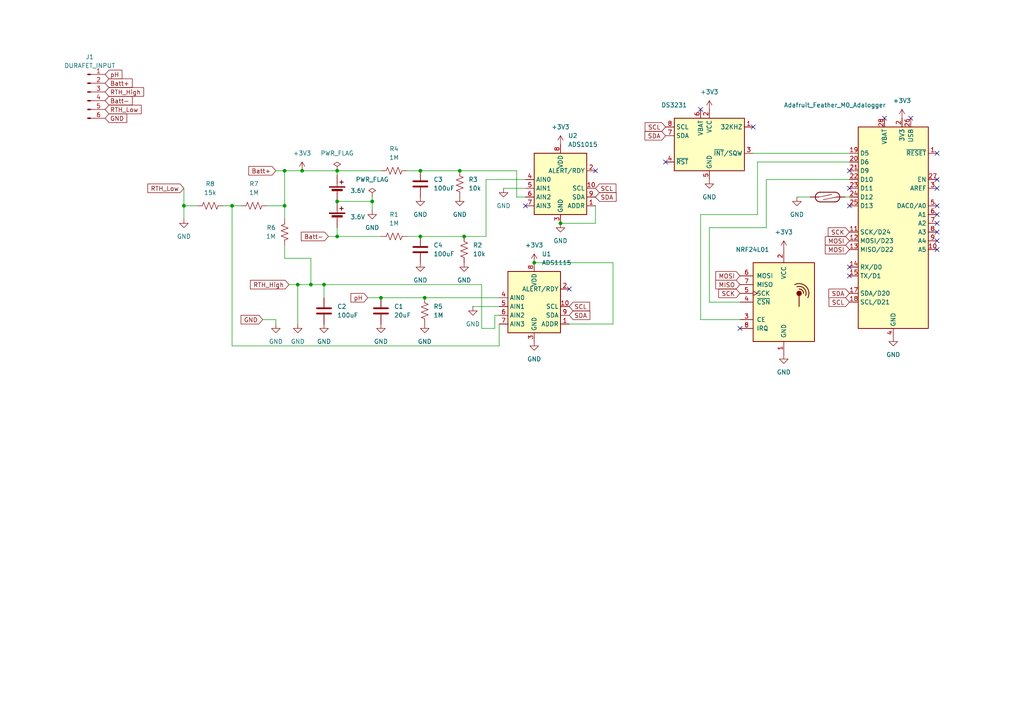
<source format=kicad_sch>
(kicad_sch (version 20230121) (generator eeschema)
  (paper "A4")
  (lib_symbols
    (symbol "Analog_ADC:ADS1015IDGS"
      (property "Reference" "U" (at 2.54 13.97 0))
      (property "Value" "ADS1015IDGS" (at 7.62 11.43 0))
      (symbol "ADS1015IDGS_0_1"
        (rectangle (start -7.62 10.16) (end 7.62 -7.62) (stroke (width 0.254)) (fill (type background)))
      )
      (symbol "ADS1015IDGS_1_1"
        (pin input line (at 10.16 -5.08 180) (length 2.54) (name "ADDR") (number "1"))
        (pin input line (at 10.16 0 180) (length 2.54) (name "SCL") (number "10"))
        (pin output line (at 10.16 5.08 180) (length 2.54) (name "ALERT/RDY") (number "2"))
        (pin power_in line (at 0 -10.16 90) (length 2.54) (name "GND") (number "3"))
        (pin input line (at -10.16 2.54 0) (length 2.54) (name "AIN0") (number "4"))
        (pin input line (at -10.16 0 0) (length 2.54) (name "AIN1") (number "5"))
        (pin input line (at -10.16 -2.54 0) (length 2.54) (name "AIN2") (number "6"))
        (pin input line (at -10.16 -5.08 0) (length 2.54) (name "AIN3") (number "7"))
        (pin power_in line (at 0 12.7 270) (length 2.54) (name "VDD") (number "8"))
        (pin bidirectional line (at 10.16 -2.54 180) (length 2.54) (name "SDA") (number "9"))
      )
    )
    (symbol "Analog_ADC:ADS1115IDGS"
      (property "Reference" "U" (at 2.54 13.97 0))
      (property "Value" "ADS1115IDGS" (at 7.62 11.43 0))
      (symbol "ADS1115IDGS_0_1"
        (rectangle (start -7.62 10.16) (end 7.62 -7.62) (stroke (width 0.254)) (fill (type background)))
      )
      (symbol "ADS1115IDGS_1_1"
        (pin input line (at 10.16 -5.08 180) (length 2.54) (name "ADDR") (number "1"))
        (pin input line (at 10.16 0 180) (length 2.54) (name "SCL") (number "10"))
        (pin output line (at 10.16 5.08 180) (length 2.54) (name "ALERT/RDY") (number "2"))
        (pin power_in line (at 0 -10.16 90) (length 2.54) (name "GND") (number "3"))
        (pin input line (at -10.16 2.54 0) (length 2.54) (name "AIN0") (number "4"))
        (pin input line (at -10.16 0 0) (length 2.54) (name "AIN1") (number "5"))
        (pin input line (at -10.16 -2.54 0) (length 2.54) (name "AIN2") (number "6"))
        (pin input line (at -10.16 -5.08 0) (length 2.54) (name "AIN3") (number "7"))
        (pin power_in line (at 0 12.7 270) (length 2.54) (name "VDD") (number "8"))
        (pin bidirectional line (at 10.16 -2.54 180) (length 2.54) (name "SDA") (number "9"))
      )
    )
    (symbol "Connector:Conn_01x06_Pin" (pin_names (offset 1.016) hide)
      (property "Reference" "J" (at 0 7.62 0))
      (property "Value" "Conn_01x06_Pin" (at 0 -10.16 0))
      (symbol "Conn_01x06_Pin_1_1"
        (polyline (pts (xy 1.27 -7.62) (xy 0.8636 -7.62)) (stroke (width 0.1524)))
        (polyline (pts (xy 1.27 -5.08) (xy 0.8636 -5.08)) (stroke (width 0.1524)))
        (polyline (pts (xy 1.27 -2.54) (xy 0.8636 -2.54)) (stroke (width 0.1524)))
        (polyline (pts (xy 1.27 0) (xy 0.8636 0)) (stroke (width 0.1524)))
        (polyline (pts (xy 1.27 2.54) (xy 0.8636 2.54)) (stroke (width 0.1524)))
        (polyline (pts (xy 1.27 5.08) (xy 0.8636 5.08)) (stroke (width 0.1524)))
        (rectangle (start 0.8636 -7.493) (end 0 -7.747) (stroke (width 0.1524)) (fill (type outline)))
        (rectangle (start 0.8636 -4.953) (end 0 -5.207) (stroke (width 0.1524)) (fill (type outline)))
        (rectangle (start 0.8636 -2.413) (end 0 -2.667) (stroke (width 0.1524)) (fill (type outline)))
        (rectangle (start 0.8636 0.127) (end 0 -0.127) (stroke (width 0.1524)) (fill (type outline)))
        (rectangle (start 0.8636 2.667) (end 0 2.413) (stroke (width 0.1524)) (fill (type outline)))
        (rectangle (start 0.8636 5.207) (end 0 4.953) (stroke (width 0.1524)) (fill (type outline)))
        (pin passive line (at 5.08 5.08 180) (length 3.81) (name "Pin_1") (number "1"))
        (pin passive line (at 5.08 2.54 180) (length 3.81) (name "Pin_2") (number "2"))
        (pin passive line (at 5.08 0 180) (length 3.81) (name "Pin_3") (number "3"))
        (pin passive line (at 5.08 -2.54 180) (length 3.81) (name "Pin_4") (number "4"))
        (pin passive line (at 5.08 -5.08 180) (length 3.81) (name "Pin_5") (number "5"))
        (pin passive line (at 5.08 -7.62 180) (length 3.81) (name "Pin_6") (number "6"))
      )
    )
    (symbol "Device:Battery_Cell" (pin_numbers hide) (pin_names (offset 0) hide)
      (property "Reference" "BT" (at 2.54 2.54 0))
      (property "Value" "Battery_Cell" (at 2.54 0 0))
      (symbol "Battery_Cell_0_1"
        (rectangle (start -2.286 1.778) (end 2.286 1.524) (fill (type outline)))
        (rectangle (start -1.524 1.016) (end 1.524 0.508) (fill (type outline)))
        (polyline (pts (xy 0 0.762) (xy 0 0)))
        (polyline (pts (xy 0 1.778) (xy 0 2.54)))
        (polyline (pts (xy 0.762 3.048) (xy 1.778 3.048)) (stroke (width 0.254)))
        (polyline (pts (xy 1.27 3.556) (xy 1.27 2.54)) (stroke (width 0.254)))
      )
      (symbol "Battery_Cell_1_1"
        (pin passive line (at 0 5.08 270) (length 2.54) (name "+") (number "1"))
        (pin passive line (at 0 -2.54 90) (length 2.54) (name "-") (number "2"))
      )
    )
    (symbol "Device:C" (pin_numbers hide) (pin_names (offset 0.254))
      (property "Reference" "C" (at 0.635 2.54 0))
      (property "Value" "C" (at 0.635 -2.54 0))
      (symbol "C_0_1"
        (polyline (pts (xy -2.032 -0.762) (xy 2.032 -0.762)) (stroke (width 0.508)))
        (polyline (pts (xy -2.032 0.762) (xy 2.032 0.762)) (stroke (width 0.508)))
      )
      (symbol "C_1_1"
        (pin passive line (at 0 3.81 270) (length 2.794) (name "~") (number "1"))
        (pin passive line (at 0 -3.81 90) (length 2.794) (name "~") (number "2"))
      )
    )
    (symbol "Device:R_US" (pin_numbers hide) (pin_names (offset 0))
      (property "Reference" "R" (at 2.54 0 90))
      (property "Value" "R_US" (at -2.54 0 90))
      (symbol "R_US_0_1"
        (polyline (pts (xy 0 -2.286) (xy 0 -2.54)))
        (polyline (pts (xy 0 2.286) (xy 0 2.54)))
        (polyline (pts (xy 0 -0.762) (xy 1.016 -1.143) (xy 0 -1.524) (xy -1.016 -1.905) (xy 0 -2.286)))
        (polyline (pts (xy 0 0.762) (xy 1.016 0.381) (xy 0 0) (xy -1.016 -0.381) (xy 0 -0.762)))
        (polyline (pts (xy 0 2.286) (xy 1.016 1.905) (xy 0 1.524) (xy -1.016 1.143) (xy 0 0.762)))
      )
      (symbol "R_US_1_1"
        (pin passive line (at 0 3.81 270) (length 1.27) (name "~") (number "1"))
        (pin passive line (at 0 -3.81 90) (length 1.27) (name "~") (number "2"))
      )
    )
    (symbol "MCU_Module:Adafruit_Feather_M0_Adalogger"
      (property "Reference" "A" (at -10.16 29.21 0))
      (property "Value" "Adafruit_Feather_M0_Adalogger" (at 2.54 -31.75 0))
      (symbol "Adafruit_Feather_M0_Adalogger_0_1"
        (rectangle (start -10.16 27.94) (end 10.16 -30.48) (stroke (width 0.254)) (fill (type background)))
      )
      (symbol "Adafruit_Feather_M0_Adalogger_1_1"
        (pin input line (at 12.7 20.32 180) (length 2.54) (name "~{RESET}") (number "1"))
        (pin bidirectional line (at 12.7 -7.62 180) (length 2.54) (name "A5") (number "10"))
        (pin bidirectional line (at -12.7 -2.54 0) (length 2.54) (name "SCK/D24") (number "11"))
        (pin bidirectional line (at -12.7 -5.08 0) (length 2.54) (name "MOSI/D23") (number "12"))
        (pin bidirectional line (at -12.7 -7.62 0) (length 2.54) (name "MISO/D22") (number "13"))
        (pin bidirectional line (at -12.7 -12.7 0) (length 2.54) (name "RX/D0") (number "14"))
        (pin bidirectional line (at -12.7 -15.24 0) (length 2.54) (name "TX/D1") (number "15"))
        (pin passive line (at 0 -33.02 90) (length 2.54) hide (name "GND") (number "16"))
        (pin bidirectional line (at -12.7 -20.32 0) (length 2.54) (name "SDA/D20") (number "17"))
        (pin bidirectional line (at -12.7 -22.86 0) (length 2.54) (name "SCL/D21") (number "18"))
        (pin bidirectional line (at -12.7 20.32 0) (length 2.54) (name "D5") (number "19"))
        (pin power_in line (at 2.54 30.48 270) (length 2.54) (name "3V3") (number "2"))
        (pin bidirectional line (at -12.7 17.78 0) (length 2.54) (name "D6") (number "20"))
        (pin bidirectional line (at -12.7 15.24 0) (length 2.54) (name "D9") (number "21"))
        (pin bidirectional line (at -12.7 12.7 0) (length 2.54) (name "D10") (number "22"))
        (pin bidirectional line (at -12.7 10.16 0) (length 2.54) (name "D11") (number "23"))
        (pin bidirectional line (at -12.7 7.62 0) (length 2.54) (name "D12") (number "24"))
        (pin bidirectional line (at -12.7 5.08 0) (length 2.54) (name "D13") (number "25"))
        (pin power_in line (at 5.08 30.48 270) (length 2.54) (name "USB") (number "26"))
        (pin input line (at 12.7 12.7 180) (length 2.54) (name "EN") (number "27"))
        (pin power_in line (at -2.54 30.48 270) (length 2.54) (name "VBAT") (number "28"))
        (pin input line (at 12.7 10.16 180) (length 2.54) (name "AREF") (number "3"))
        (pin power_in line (at 0 -33.02 90) (length 2.54) (name "GND") (number "4"))
        (pin bidirectional line (at 12.7 5.08 180) (length 2.54) (name "DAC0/A0") (number "5"))
        (pin bidirectional line (at 12.7 2.54 180) (length 2.54) (name "A1") (number "6"))
        (pin bidirectional line (at 12.7 0 180) (length 2.54) (name "A2") (number "7"))
        (pin bidirectional line (at 12.7 -2.54 180) (length 2.54) (name "A3") (number "8"))
        (pin bidirectional line (at 12.7 -5.08 180) (length 2.54) (name "A4") (number "9"))
      )
    )
    (symbol "RF:NRF24L01_Breakout" (pin_names (offset 1.016))
      (property "Reference" "U" (at -8.89 12.7 0))
      (property "Value" "NRF24L01_Breakout" (at 3.81 12.7 0))
      (symbol "NRF24L01_Breakout_0_1"
        (rectangle (start -8.89 11.43) (end 8.89 -11.43) (stroke (width 0.254)) (fill (type background)))
        (polyline (pts (xy 4.445 1.905) (xy 4.445 -1.27)) (stroke (width 0.254)))
        (circle (center 4.445 2.54) (radius 0.635) (stroke (width 0.254)) (fill (type outline)))
        (arc (start 5.715 2.54) (mid 5.3521 3.4546) (end 4.445 3.81) (stroke (width 0.254)))
        (arc (start 6.35 1.905) (mid 5.8763 3.9854) (end 3.81 4.445) (stroke (width 0.254)))
        (arc (start 6.985 1.27) (mid 6.453 4.548) (end 3.175 5.08) (stroke (width 0.254)))
      )
      (symbol "NRF24L01_Breakout_1_1"
        (pin power_in line (at 0 -15.24 90) (length 3.81) (name "GND") (number "1"))
        (pin power_in line (at 0 15.24 270) (length 3.81) (name "VCC") (number "2"))
        (pin input line (at -12.7 -5.08 0) (length 3.81) (name "CE") (number "3"))
        (pin input line (at -12.7 0 0) (length 3.81) (name "~{CSN}") (number "4"))
        (pin input clock (at -12.7 2.54 0) (length 3.81) (name "SCK") (number "5"))
        (pin input line (at -12.7 7.62 0) (length 3.81) (name "MOSI") (number "6"))
        (pin output line (at -12.7 5.08 0) (length 3.81) (name "MISO") (number "7"))
        (pin output line (at -12.7 -7.62 0) (length 3.81) (name "IRQ") (number "8"))
      )
    )
    (symbol "Switch:SW_Reed" (pin_numbers hide) (pin_names (offset 0) hide)
      (property "Reference" "SW" (at 0 2.54 0))
      (property "Value" "SW_Reed" (at 0 -2.54 0))
      (symbol "SW_Reed_0_0"
        (arc (start -2.159 1.397) (mid -3.55 0) (end -2.159 -1.397) (stroke (width 0.254)))
        (polyline (pts (xy -2.54 0) (xy 1.27 0.762)))
        (polyline (pts (xy -2.159 -1.397) (xy 2.286 -1.397)) (stroke (width 0.254)))
        (polyline (pts (xy 2.159 1.397) (xy -2.159 1.397)) (stroke (width 0.254)))
        (polyline (pts (xy 2.54 0) (xy -1.27 -0.762)))
        (arc (start 2.159 -1.397) (mid 3.55 0) (end 2.159 1.397) (stroke (width 0.254)))
      )
      (symbol "SW_Reed_1_1"
        (pin passive line (at -5.08 0 0) (length 2.54) (name "1") (number "1"))
        (pin passive line (at 5.08 0 180) (length 2.54) (name "2") (number "2"))
      )
    )
    (symbol "Timer_RTC:DS3231MZ"
      (property "Reference" "U" (at -7.62 8.89 0))
      (property "Value" "DS3231MZ" (at 11.43 8.89 0))
      (symbol "DS3231MZ_0_1"
        (rectangle (start -10.16 7.62) (end 10.16 -7.62) (stroke (width 0.254)) (fill (type background)))
      )
      (symbol "DS3231MZ_1_1"
        (pin open_collector line (at 12.7 5.08 180) (length 2.54) (name "32KHZ") (number "1"))
        (pin power_in line (at 0 10.16 270) (length 2.54) (name "VCC") (number "2"))
        (pin open_collector line (at 12.7 -2.54 180) (length 2.54) (name "~{INT}/SQW") (number "3"))
        (pin bidirectional line (at -12.7 -5.08 0) (length 2.54) (name "~{RST}") (number "4"))
        (pin power_in line (at 0 -10.16 90) (length 2.54) (name "GND") (number "5"))
        (pin power_in line (at -2.54 10.16 270) (length 2.54) (name "VBAT") (number "6"))
        (pin bidirectional line (at -12.7 2.54 0) (length 2.54) (name "SDA") (number "7"))
        (pin input line (at -12.7 5.08 0) (length 2.54) (name "SCL") (number "8"))
      )
    )
    (symbol "power:+3V3" (power) (pin_names (offset 0))
      (property "Value" "+3V3" (at 0 3.556 0))
      (symbol "+3V3_0_1"
        (polyline (pts (xy -0.762 1.27) (xy 0 2.54)))
        (polyline (pts (xy 0 0) (xy 0 2.54)))
        (polyline (pts (xy 0 2.54) (xy 0.762 1.27)))
      )
      (symbol "+3V3_1_1"
        (pin power_in line (at 0 0 90) (length 0) hide (name "+3V3") (number "1"))
      )
    )
    (symbol "power:GND" (power) (pin_names (offset 0))
      (property "Value" "GND" (at 0 -3.81 0))
      (symbol "GND_0_1"
        (polyline (pts (xy 0 0) (xy 0 -1.27) (xy 1.27 -1.27) (xy 0 -2.54) (xy -1.27 -1.27) (xy 0 -1.27)))
      )
      (symbol "GND_1_1"
        (pin power_in line (at 0 0 270) (length 0) hide (name "GND") (number "1"))
      )
    )
    (symbol "power:PWR_FLAG" (power) (pin_numbers hide) (pin_names (offset 0) hide)
      (property "Value" "PWR_FLAG" (at 0 3.81 0))
      (symbol "PWR_FLAG_0_0"
        (pin power_out line (at 0 0 90) (length 0) (name "pwr") (number "1"))
      )
      (symbol "PWR_FLAG_0_1"
        (polyline (pts (xy 0 0) (xy 0 1.27) (xy -1.016 1.905) (xy 0 2.54) (xy 1.016 1.905) (xy 0 1.27)))
      )
    )
  )
  (junction (at 93.98 82.55))
  (junction (at 87.63 49.53))
  (junction (at 134.62 68.58))
  (junction (at 53.34 59.69))
  (junction (at 86.36 82.55))
  (junction (at 82.55 49.53))
  (junction (at 82.55 59.69))
  (junction (at 133.35 49.53))
  (junction (at 123.19 86.36))
  (junction (at 97.79 49.53))
  (junction (at 162.56 64.77))
  (junction (at 110.49 86.36))
  (junction (at 90.17 82.55))
  (junction (at 121.92 49.53))
  (junction (at 67.31 59.69))
  (junction (at 97.79 68.58))
  (junction (at 107.95 58.42))
  (junction (at 121.92 68.58))
  (junction (at 97.79 58.42))
  (junction (at 154.94 76.2))
  (no_connect (at 165.1 83.82))
  (no_connect (at 271.78 52.07))
  (no_connect (at 214.63 95.25))
  (no_connect (at 246.38 54.61))
  (no_connect (at 271.78 59.69))
  (no_connect (at 152.4 59.69))
  (no_connect (at 203.2 31.75))
  (no_connect (at 264.16 34.29))
  (no_connect (at 271.78 54.61))
  (no_connect (at 193.04 46.99))
  (no_connect (at 218.44 36.83))
  (no_connect (at 271.78 44.45))
  (no_connect (at 271.78 62.23))
  (no_connect (at 271.78 72.39))
  (no_connect (at 246.38 80.01))
  (no_connect (at 271.78 69.85))
  (no_connect (at 172.72 49.53))
  (no_connect (at 246.38 77.47))
  (no_connect (at 246.38 49.53))
  (no_connect (at 271.78 67.31))
  (no_connect (at 271.78 64.77))
  (no_connect (at 256.54 34.29))
  (no_connect (at 246.38 59.69))
  (wire (pts (xy 86.36 82.55) (xy 86.36 93.98)))
  (wire (pts (xy 219.71 46.99) (xy 219.71 62.23)))
  (wire (pts (xy 162.56 64.77) (xy 172.72 64.77)))
  (wire (pts (xy 53.34 59.69) (xy 53.34 54.61)))
  (wire (pts (xy 97.79 49.53) (xy 97.79 50.8)))
  (wire (pts (xy 121.92 49.53) (xy 133.35 49.53)))
  (wire (pts (xy 219.71 46.99) (xy 246.38 46.99)))
  (wire (pts (xy 82.55 59.69) (xy 82.55 49.53)))
  (wire (pts (xy 67.31 59.69) (xy 69.85 59.69)))
  (wire (pts (xy 165.1 93.98) (xy 177.8 93.98)))
  (wire (pts (xy 177.8 76.2) (xy 154.94 76.2)))
  (wire (pts (xy 82.55 74.93) (xy 82.55 71.12)))
  (wire (pts (xy 143.51 95.25) (xy 143.51 91.44)))
  (wire (pts (xy 82.55 49.53) (xy 87.63 49.53)))
  (wire (pts (xy 110.49 86.36) (xy 123.19 86.36)))
  (wire (pts (xy 139.7 95.25) (xy 139.7 82.55)))
  (wire (pts (xy 80.01 49.53) (xy 82.55 49.53)))
  (wire (pts (xy 121.92 68.58) (xy 134.62 68.58)))
  (wire (pts (xy 137.16 88.9) (xy 144.78 88.9)))
  (wire (pts (xy 140.97 52.07) (xy 152.4 52.07)))
  (wire (pts (xy 246.38 44.45) (xy 218.44 44.45)))
  (wire (pts (xy 149.86 49.53) (xy 149.86 57.15)))
  (wire (pts (xy 143.51 91.44) (xy 144.78 91.44)))
  (wire (pts (xy 97.79 58.42) (xy 107.95 58.42)))
  (wire (pts (xy 134.62 68.58) (xy 140.97 68.58)))
  (wire (pts (xy 203.2 62.23) (xy 203.2 92.71)))
  (wire (pts (xy 53.34 59.69) (xy 57.15 59.69)))
  (wire (pts (xy 93.98 82.55) (xy 139.7 82.55)))
  (wire (pts (xy 177.8 93.98) (xy 177.8 76.2)))
  (wire (pts (xy 118.11 49.53) (xy 121.92 49.53)))
  (wire (pts (xy 93.98 82.55) (xy 93.98 86.36)))
  (wire (pts (xy 149.86 57.15) (xy 152.4 57.15)))
  (wire (pts (xy 53.34 63.5) (xy 53.34 59.69)))
  (wire (pts (xy 77.47 59.69) (xy 82.55 59.69)))
  (wire (pts (xy 90.17 74.93) (xy 82.55 74.93)))
  (wire (pts (xy 146.05 54.61) (xy 152.4 54.61)))
  (wire (pts (xy 143.51 95.25) (xy 139.7 95.25)))
  (wire (pts (xy 144.78 100.33) (xy 144.78 93.98)))
  (wire (pts (xy 144.78 100.33) (xy 67.31 100.33)))
  (wire (pts (xy 222.25 66.04) (xy 205.74 66.04)))
  (wire (pts (xy 107.95 57.15) (xy 107.95 58.42)))
  (wire (pts (xy 90.17 74.93) (xy 90.17 82.55)))
  (wire (pts (xy 118.11 68.58) (xy 121.92 68.58)))
  (wire (pts (xy 205.74 87.63) (xy 214.63 87.63)))
  (wire (pts (xy 123.19 86.36) (xy 144.78 86.36)))
  (wire (pts (xy 97.79 68.58) (xy 97.79 66.04)))
  (wire (pts (xy 67.31 59.69) (xy 67.31 100.33)))
  (wire (pts (xy 83.82 82.55) (xy 86.36 82.55)))
  (wire (pts (xy 172.72 59.69) (xy 172.72 64.77)))
  (wire (pts (xy 82.55 63.5) (xy 82.55 59.69)))
  (wire (pts (xy 231.14 57.15) (xy 234.95 57.15)))
  (wire (pts (xy 245.11 57.15) (xy 246.38 57.15)))
  (wire (pts (xy 90.17 82.55) (xy 93.98 82.55)))
  (wire (pts (xy 97.79 49.53) (xy 110.49 49.53)))
  (wire (pts (xy 219.71 62.23) (xy 203.2 62.23)))
  (wire (pts (xy 80.01 93.98) (xy 80.01 92.71)))
  (wire (pts (xy 87.63 49.53) (xy 97.79 49.53)))
  (wire (pts (xy 222.25 52.07) (xy 222.25 66.04)))
  (wire (pts (xy 246.38 52.07) (xy 222.25 52.07)))
  (wire (pts (xy 64.77 59.69) (xy 67.31 59.69)))
  (wire (pts (xy 80.01 92.71) (xy 76.2 92.71)))
  (wire (pts (xy 95.25 68.58) (xy 97.79 68.58)))
  (wire (pts (xy 205.74 66.04) (xy 205.74 87.63)))
  (wire (pts (xy 203.2 92.71) (xy 214.63 92.71)))
  (wire (pts (xy 133.35 49.53) (xy 149.86 49.53)))
  (wire (pts (xy 110.49 86.36) (xy 106.68 86.36)))
  (wire (pts (xy 97.79 68.58) (xy 110.49 68.58)))
  (wire (pts (xy 90.17 82.55) (xy 86.36 82.55)))
  (wire (pts (xy 107.95 58.42) (xy 107.95 60.96)))
  (wire (pts (xy 140.97 68.58) (xy 140.97 52.07)))
  (global_label "SDA" (shape input) (at 246.38 85.09 180) (property "Intersheetrefs" "${INTERSHEET_REFS}" (effects hide)))
  (global_label "SCK" (shape input) (at 246.38 67.31 180) (property "Intersheetrefs" "${INTERSHEET_REFS}" (effects hide)))
  (global_label "Batt+" (shape input) (at 30.48 24.13 0) (property "Intersheetrefs" "${INTERSHEET_REFS}" (effects hide)))
  (global_label "RTH_Low" (shape input) (at 30.48 31.75 0) (property "Intersheetrefs" "${INTERSHEET_REFS}" (effects hide)))
  (global_label "Batt-" (shape input) (at 95.25 68.58 180) (property "Intersheetrefs" "${INTERSHEET_REFS}" (effects hide)))
  (global_label "RTH_Low" (shape input) (at 53.34 54.61 180) (property "Intersheetrefs" "${INTERSHEET_REFS}" (effects hide)))
  (global_label "SCL" (shape input) (at 193.04 36.83 180) (property "Intersheetrefs" "${INTERSHEET_REFS}" (effects hide)))
  (global_label "MISO" (shape input) (at 214.63 82.55 180) (property "Intersheetrefs" "${INTERSHEET_REFS}" (effects hide)))
  (global_label "MOSI" (shape input) (at 246.38 69.85 180) (property "Intersheetrefs" "${INTERSHEET_REFS}" (effects hide)))
  (global_label "SCL" (shape input) (at 172.72 54.61 0) (property "Intersheetrefs" "${INTERSHEET_REFS}" (effects hide)))
  (global_label "SCL" (shape input) (at 246.38 87.63 180) (property "Intersheetrefs" "${INTERSHEET_REFS}" (effects hide)))
  (global_label "SDA" (shape input) (at 172.72 57.15 0) (property "Intersheetrefs" "${INTERSHEET_REFS}" (effects hide)))
  (global_label "SCK" (shape input) (at 214.63 85.09 180) (property "Intersheetrefs" "${INTERSHEET_REFS}" (effects hide)))
  (global_label "GND" (shape input) (at 30.48 34.29 0) (property "Intersheetrefs" "${INTERSHEET_REFS}" (effects hide)))
  (global_label "RTH_High" (shape input) (at 83.82 82.55 180) (property "Intersheetrefs" "${INTERSHEET_REFS}" (effects hide)))
  (global_label "GND" (shape input) (at 76.2 92.71 180) (property "Intersheetrefs" "${INTERSHEET_REFS}" (effects hide)))
  (global_label "SCL" (shape input) (at 165.1 88.9 0) (property "Intersheetrefs" "${INTERSHEET_REFS}" (effects hide)))
  (global_label "pH" (shape input) (at 30.48 21.59 0) (property "Intersheetrefs" "${INTERSHEET_REFS}" (effects hide)))
  (global_label "SDA" (shape input) (at 193.04 39.37 180) (property "Intersheetrefs" "${INTERSHEET_REFS}" (effects hide)))
  (global_label "Batt-" (shape input) (at 30.48 29.21 0) (property "Intersheetrefs" "${INTERSHEET_REFS}" (effects hide)))
  (global_label "MOSI" (shape input) (at 214.63 80.01 180) (property "Intersheetrefs" "${INTERSHEET_REFS}" (effects hide)))
  (global_label "Batt+" (shape input) (at 80.01 49.53 180) (property "Intersheetrefs" "${INTERSHEET_REFS}" (effects hide)))
  (global_label "RTH_High" (shape input) (at 30.48 26.67 0) (property "Intersheetrefs" "${INTERSHEET_REFS}" (effects hide)))
  (global_label "MOSI" (shape input) (at 246.38 72.39 180) (property "Intersheetrefs" "${INTERSHEET_REFS}" (effects hide)))
  (global_label "pH" (shape input) (at 106.68 86.36 180) (property "Intersheetrefs" "${INTERSHEET_REFS}" (effects hide)))
  (global_label "SDA" (shape input) (at 165.1 91.44 0) (property "Intersheetrefs" "${INTERSHEET_REFS}" (effects hide)))
  (symbol (lib_id "power:GND") (at 107.95 60.96 0) (unit 1)
    (property "Reference" "#PWR01" (effects hide))
    (property "Value" "GND" (at 107.95 66.04 0))
  )
  (symbol (lib_id "Timer_RTC:DS3231MZ") (at 205.74 41.91 0) (unit 1)
    (property "Reference" "U3" (effects hide))
    (property "Value" "DS3231" (at 191.77 30.48 0) (effects (justify left)))
    (property "Footprint" "Package_SO:SOIC-8_3.9x4.9mm_P1.27mm" (effects hide))
    (property "Datasheet" "http://datasheets.maximintegrated.com/en/ds/DS3231M.pdf" (effects hide))
  )
  (symbol (lib_id "power:GND") (at 123.19 93.98 0) (unit 1)
    (property "Reference" "#PWR08" (effects hide))
    (property "Value" "GND" (at 123.19 99.06 0))
  )
  (symbol (lib_id "Device:R_US") (at 123.19 90.17 0) (unit 1)
    (property "Reference" "R5" (at 125.73 88.9 0) (effects (justify left)))
    (property "Value" "1M" (at 125.73 91.44 0) (effects (justify left)))
  )
  (symbol (lib_id "Analog_ADC:ADS1115IDGS") (at 154.94 88.9 0) (unit 1)
    (property "Reference" "U1" (at 157.1341 73.66 0) (effects (justify left)))
    (property "Value" "ADS1115" (at 157.1341 76.2 0) (effects (justify left)))
    (property "Footprint" "Package_SO:TSSOP-10_3x3mm_P0.5mm" (effects hide))
    (property "Datasheet" "http://www.ti.com/lit/ds/symlink/ads1113.pdf" (effects hide))
  )
  (symbol (lib_id "Device:C") (at 110.49 90.17 0) (unit 1)
    (property "Reference" "C1" (at 114.3 88.9 0) (effects (justify left)))
    (property "Value" "20uF" (at 114.3 91.44 0) (effects (justify left)))
  )
  (symbol (lib_id "power:GND") (at 110.49 93.98 0) (unit 1)
    (property "Reference" "#PWR09" (effects hide))
    (property "Value" "GND" (at 110.49 99.06 0))
  )
  (symbol (lib_id "power:+3V3") (at 205.74 31.75 0) (unit 1)
    (property "Reference" "#PWR021" (effects hide))
    (property "Value" "+3V3" (at 205.74 26.67 0))
  )
  (symbol (lib_id "MCU_Module:Adafruit_Feather_M0_Adalogger") (at 259.08 64.77 0) (unit 1)
    (property "Reference" "A1" (effects hide))
    (property "Value" "Adafruit_Feather_M0_Adalogger" (at 227.33 30.48 0) (effects (justify left)))
    (property "Footprint" "Module:Adafruit_Feather" (effects hide))
    (property "Datasheet" "https://cdn-learn.adafruit.com/downloads/pdf/adafruit-feather-m0-adalogger.pdf" (effects hide))
  )
  (symbol (lib_id "Analog_ADC:ADS1015IDGS") (at 162.56 54.61 0) (unit 1)
    (property "Reference" "U2" (at 164.7541 39.37 0) (effects (justify left)))
    (property "Value" "ADS1015" (at 164.7541 41.91 0) (effects (justify left)))
    (property "Footprint" "Package_SO:TSSOP-10_3x3mm_P0.5mm" (effects hide))
    (property "Datasheet" "http://www.ti.com/lit/ds/symlink/ads1015.pdf" (effects hide))
  )
  (symbol (lib_id "power:GND") (at 121.92 57.15 0) (unit 1)
    (property "Reference" "#PWR03" (effects hide))
    (property "Value" "GND" (at 121.92 62.23 0))
  )
  (symbol (lib_id "power:GND") (at 162.56 64.77 0) (unit 1)
    (property "Reference" "#PWR015" (effects hide))
    (property "Value" "GND" (at 162.56 69.85 0))
  )
  (symbol (lib_id "power:GND") (at 146.05 54.61 0) (unit 1)
    (property "Reference" "#PWR016" (effects hide))
    (property "Value" "GND" (at 146.05 59.69 0))
  )
  (symbol (lib_id "power:+3V3") (at 154.94 76.2 0) (unit 1)
    (property "Reference" "#PWR020" (effects hide))
    (property "Value" "+3V3" (at 154.94 71.12 0))
  )
  (symbol (lib_id "Device:R_US") (at 133.35 53.34 0) (unit 1)
    (property "Reference" "R3" (at 135.89 52.07 0) (effects (justify left)))
    (property "Value" "10k" (at 135.89 54.61 0) (effects (justify left)))
  )
  (symbol (lib_id "Device:R_US") (at 134.62 72.39 0) (unit 1)
    (property "Reference" "R2" (at 137.16 71.12 0) (effects (justify left)))
    (property "Value" "10k" (at 137.16 73.66 0) (effects (justify left)))
  )
  (symbol (lib_id "power:GND") (at 93.98 93.98 0) (unit 1)
    (property "Reference" "#PWR010" (effects hide))
    (property "Value" "GND" (at 93.98 99.06 0))
  )
  (symbol (lib_id "power:PWR_FLAG") (at 107.95 57.15 0) (unit 1)
    (property "Reference" "#FLG01" (effects hide))
    (property "Value" "PWR_FLAG" (at 107.95 52.07 0))
  )
  (symbol (lib_id "power:GND") (at 86.36 93.98 0) (unit 1)
    (property "Reference" "#PWR02" (effects hide))
    (property "Value" "GND" (at 86.36 99.06 0))
  )
  (symbol (lib_id "power:GND") (at 134.62 76.2 0) (unit 1)
    (property "Reference" "#PWR06" (effects hide))
    (property "Value" "GND" (at 134.62 81.28 0))
  )
  (symbol (lib_id "Device:C") (at 93.98 90.17 0) (unit 1)
    (property "Reference" "C2" (at 97.79 88.9 0) (effects (justify left)))
    (property "Value" "100uF" (at 97.79 91.44 0) (effects (justify left)))
  )
  (symbol (lib_id "Switch:SW_Reed") (at 240.03 57.15 0) (unit 1)
    (property "Reference" "SW1" (effects hide))
    (property "Value" "SW_Reed" (effects hide))
  )
  (symbol (lib_id "Device:Battery_Cell") (at 97.79 55.88 0) (unit 1)
    (property "Reference" "BT1" (effects hide))
    (property "Value" "3.6V" (at 101.6 55.3085 0) (effects (justify left)))
  )
  (symbol (lib_id "power:GND") (at 154.94 99.06 0) (unit 1)
    (property "Reference" "#PWR013" (effects hide))
    (property "Value" "GND" (at 154.94 104.14 0))
  )
  (symbol (lib_id "Device:Battery_Cell") (at 97.79 63.5 0) (unit 1)
    (property "Reference" "BT2" (effects hide))
    (property "Value" "3.6V" (at 101.6 62.9285 0) (effects (justify left)))
  )
  (symbol (lib_id "power:+3V3") (at 227.33 72.39 0) (unit 1)
    (property "Reference" "#PWR019" (effects hide))
    (property "Value" "+3V3" (at 227.33 67.31 0))
  )
  (symbol (lib_id "Device:R_US") (at 60.96 59.69 90) (unit 1)
    (property "Reference" "R8" (at 60.96 53.34 90))
    (property "Value" "15k" (at 60.96 55.88 90))
  )
  (symbol (lib_id "Device:R_US") (at 114.3 49.53 90) (unit 1)
    (property "Reference" "R4" (at 114.3 43.18 90))
    (property "Value" "1M" (at 114.3 45.72 90))
  )
  (symbol (lib_id "power:+3V3") (at 162.56 41.91 0) (unit 1)
    (property "Reference" "#PWR018" (effects hide))
    (property "Value" "+3V3" (at 162.56 36.83 0))
  )
  (symbol (lib_id "Device:C") (at 121.92 53.34 0) (unit 1)
    (property "Reference" "C3" (at 125.73 52.07 0) (effects (justify left)))
    (property "Value" "100uF" (at 125.73 54.61 0) (effects (justify left)))
  )
  (symbol (lib_id "power:GND") (at 80.01 93.98 0) (unit 1)
    (property "Reference" "#PWR011" (effects hide))
    (property "Value" "GND" (at 80.01 99.06 0))
  )
  (symbol (lib_id "power:+3V3") (at 87.63 49.53 0) (unit 1)
    (property "Reference" "#PWR026" (effects hide))
    (property "Value" "+3V3" (at 87.63 44.45 0))
  )
  (symbol (lib_id "Device:C") (at 121.92 72.39 0) (unit 1)
    (property "Reference" "C4" (at 125.73 71.12 0) (effects (justify left)))
    (property "Value" "100uF" (at 125.73 73.66 0) (effects (justify left)))
  )
  (symbol (lib_id "power:GND") (at 137.16 88.9 0) (unit 1)
    (property "Reference" "#PWR014" (effects hide))
    (property "Value" "GND" (at 137.16 93.98 0))
  )
  (symbol (lib_id "power:GND") (at 259.08 97.79 0) (unit 1)
    (property "Reference" "#PWR012" (effects hide))
    (property "Value" "GND" (at 259.08 102.87 0))
  )
  (symbol (lib_id "power:GND") (at 227.33 102.87 0) (unit 1)
    (property "Reference" "#PWR023" (effects hide))
    (property "Value" "GND" (at 227.33 107.95 0))
  )
  (symbol (lib_id "Device:R_US") (at 82.55 67.31 0) (mirror y) (unit 1)
    (property "Reference" "R6" (at 80.01 66.04 0) (effects (justify left)))
    (property "Value" "1M" (at 80.01 68.58 0) (effects (justify left)))
  )
  (symbol (lib_id "power:GND") (at 53.34 63.5 0) (unit 1)
    (property "Reference" "#PWR07" (effects hide))
    (property "Value" "GND" (at 53.34 68.58 0))
  )
  (symbol (lib_id "RF:NRF24L01_Breakout") (at 227.33 87.63 0) (unit 1)
    (property "Reference" "U4" (effects hide))
    (property "Value" "NRF24L01" (at 213.36 72.39 0) (effects (justify left)))
    (property "Footprint" "RF_Module:nRF24L01_Breakout" (effects hide))
    (property "Datasheet" "http://www.nordicsemi.com/eng/content/download/2730/34105/file/nRF24L01_Product_Specification_v2_0.pdf" (effects hide))
  )
  (symbol (lib_id "Device:R_US") (at 114.3 68.58 90) (unit 1)
    (property "Reference" "R1" (at 114.3 62.23 90))
    (property "Value" "1M" (at 114.3 64.77 90))
  )
  (symbol (lib_id "power:+3V3") (at 261.62 34.29 0) (unit 1)
    (property "Reference" "#PWR017" (effects hide))
    (property "Value" "+3V3" (at 261.62 29.21 0))
  )
  (symbol (lib_id "power:GND") (at 121.92 76.2 0) (unit 1)
    (property "Reference" "#PWR05" (effects hide))
    (property "Value" "GND" (at 121.92 81.28 0))
  )
  (symbol (lib_id "power:PWR_FLAG") (at 97.79 49.53 0) (unit 1)
    (property "Reference" "#FLG02" (effects hide))
    (property "Value" "PWR_FLAG" (at 97.79 44.45 0))
  )
  (symbol (lib_id "Device:R_US") (at 73.66 59.69 90) (unit 1)
    (property "Reference" "R7" (at 73.66 53.34 90))
    (property "Value" "1M" (at 73.66 55.88 90))
  )
  (symbol (lib_id "power:GND") (at 133.35 57.15 0) (unit 1)
    (property "Reference" "#PWR04" (effects hide))
    (property "Value" "GND" (at 133.35 62.23 0))
  )
  (symbol (lib_id "Connector:Conn_01x06_Pin") (at 25.4 26.67 0) (unit 1)
    (property "Reference" "J1" (at 26.035 16.51 0))
    (property "Value" "DURAFET_INPUT" (at 26.035 19.05 0))
  )
  (symbol (lib_id "power:GND") (at 205.74 52.07 0) (unit 1)
    (property "Reference" "#PWR024" (effects hide))
    (property "Value" "GND" (at 205.74 57.15 0))
  )
  (symbol (lib_id "power:GND") (at 231.14 57.15 0) (unit 1)
    (property "Reference" "#PWR025" (effects hide))
    (property "Value" "GND" (at 231.14 62.23 0))
  )
)
</source>
